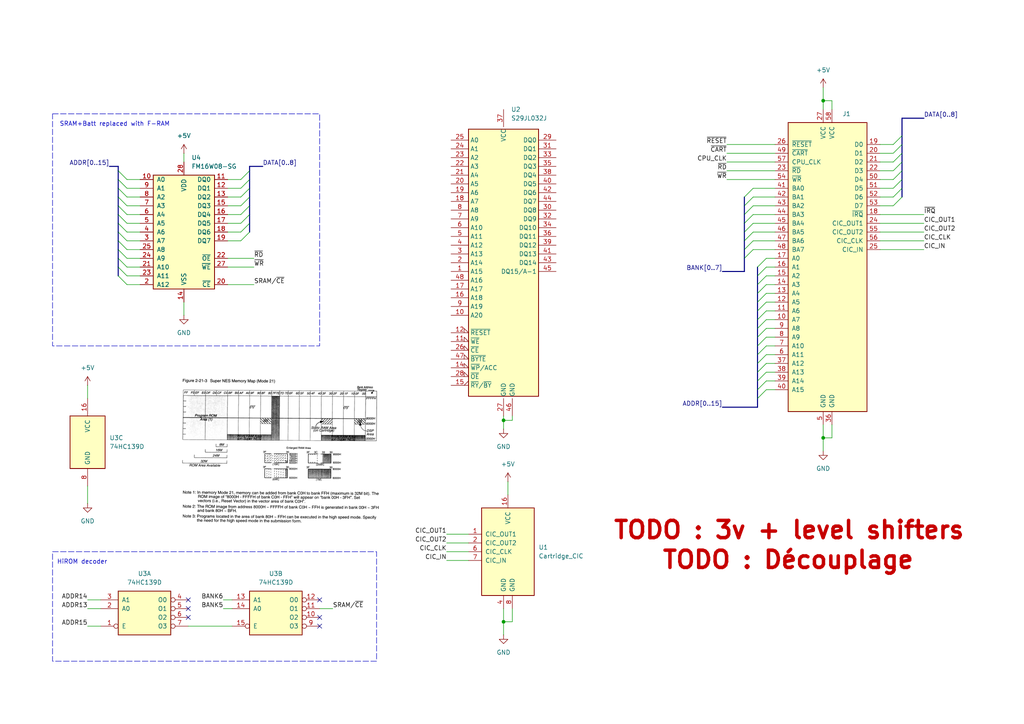
<source format=kicad_sch>
(kicad_sch (version 20231120) (generator "eeschema") (generator_version "8.0")
  (paper "A4")
  (title_block (title "HiROM 4MB SRAM 8KB Batt") (date "2024-08-09") (rev "1.0") (company "Cool Inc."))
  (lib_symbols
    (symbol "000_ROM:S29JL032J"
      (property "Reference" "U" (at 2.54 33.02 0))
      (property "Value" "S29JL032J" (at 10.16 -46.228 0))
      (symbol "S29JL032J_0_1"
        (rectangle (start -10.16 33.655) (end 10.16 -43.815) (stroke (width 0.254)) (fill (type background)))
      )
      (symbol "S29JL032J_1_0"
        (pin power_in line (at 0 -49.53 90) (length 5.08) (name "GND") (number "27"))
        (pin power_in line (at 0 39.37 270) (length 5.08) (name "VCC") (number "37"))
        (pin power_in line (at 2.54 -49.53 90) (length 5.08) (name "GND") (number "46"))
      )
      (symbol "S29JL032J_1_1"
        (pin input line (at -15.24 -7.62 0) (length 5.08) (name "A15") (number "1"))
        (pin input line (at -15.24 -20.32 0) (length 5.08) (name "A20") (number "10"))
        (pin input input_low (at -15.24 -27.94 0) (length 5.08) (name "~{WE}") (number "11"))
        (pin input input_low (at -15.24 -25.4 0) (length 5.08) (name "~{RESET}") (number "12"))
        (pin no_connect line (at 15.24 -15.24 180) (length 5.08) hide (name "NC") (number "13"))
        (pin input input_low (at -15.24 -35.56 0) (length 5.08) (name "~{WP}/ACC") (number "14"))
        (pin input output_low (at -15.24 -40.64 0) (length 5.08) (name "~{RY}/~{BY}") (number "15"))
        (pin input line (at -15.24 -15.24 0) (length 5.08) (name "A18") (number "16"))
        (pin input line (at -15.24 -12.7 0) (length 5.08) (name "A17") (number "17"))
        (pin input line (at -15.24 12.7 0) (length 5.08) (name "A7") (number "18"))
        (pin input line (at -15.24 15.24 0) (length 5.08) (name "A6") (number "19"))
        (pin input line (at -15.24 -5.08 0) (length 5.08) (name "A14") (number "2"))
        (pin input line (at -15.24 17.78 0) (length 5.08) (name "A5") (number "20"))
        (pin input line (at -15.24 20.32 0) (length 5.08) (name "A4") (number "21"))
        (pin input line (at -15.24 22.86 0) (length 5.08) (name "A3") (number "22"))
        (pin input line (at -15.24 25.4 0) (length 5.08) (name "A2") (number "23"))
        (pin input line (at -15.24 27.94 0) (length 5.08) (name "A1") (number "24"))
        (pin input line (at -15.24 30.48 0) (length 5.08) (name "A0") (number "25"))
        (pin input input_low (at -15.24 -30.48 0) (length 5.08) (name "~{CE}") (number "26"))
        (pin input input_low (at -15.24 -38.1 0) (length 5.08) (name "~{OE}") (number "28"))
        (pin tri_state line (at 15.24 30.48 180) (length 5.08) (name "DQ0") (number "29"))
        (pin input line (at -15.24 -2.54 0) (length 5.08) (name "A13") (number "3"))
        (pin tri_state line (at 15.24 10.16 180) (length 5.08) (name "DQ8") (number "30"))
        (pin tri_state line (at 15.24 27.94 180) (length 5.08) (name "DQ1") (number "31"))
        (pin tri_state line (at 15.24 7.62 180) (length 5.08) (name "DQ9") (number "32"))
        (pin tri_state line (at 15.24 25.4 180) (length 5.08) (name "DQ2") (number "33"))
        (pin tri_state line (at 15.24 5.08 180) (length 5.08) (name "DQ10") (number "34"))
        (pin tri_state line (at 15.24 22.86 180) (length 5.08) (name "DQ3") (number "35"))
        (pin tri_state line (at 15.24 2.54 180) (length 5.08) (name "DQ11") (number "36"))
        (pin tri_state line (at 15.24 20.32 180) (length 5.08) (name "DQ4") (number "38"))
        (pin tri_state line (at 15.24 0 180) (length 5.08) (name "DQ12") (number "39"))
        (pin input line (at -15.24 0 0) (length 5.08) (name "A12") (number "4"))
        (pin tri_state line (at 15.24 17.78 180) (length 5.08) (name "DQ5") (number "40"))
        (pin tri_state line (at 15.24 -2.54 180) (length 5.08) (name "DQ13") (number "41"))
        (pin tri_state line (at 15.24 15.24 180) (length 5.08) (name "DQ6") (number "42"))
        (pin tri_state line (at 15.24 -5.08 180) (length 5.08) (name "DQ14") (number "43"))
        (pin tri_state line (at 15.24 12.7 180) (length 5.08) (name "DQ7") (number "44"))
        (pin tri_state line (at 15.24 -7.62 180) (length 5.08) (name "DQ15/A-1") (number "45"))
        (pin input input_low (at -15.24 -33.02 0) (length 5.08) (name "~{BYTE}") (number "47"))
        (pin input line (at -15.24 -10.16 0) (length 5.08) (name "A16") (number "48"))
        (pin input line (at -15.24 2.54 0) (length 5.08) (name "A11") (number "5"))
        (pin input line (at -15.24 5.08 0) (length 5.08) (name "A10") (number "6"))
        (pin input line (at -15.24 7.62 0) (length 5.08) (name "A9") (number "7"))
        (pin input line (at -15.24 10.16 0) (length 5.08) (name "A8") (number "8"))
        (pin input line (at -15.24 -17.78 0) (length 5.08) (name "A19") (number "9"))
      )
    )
    (symbol "000_SNES:Cartridge_46pins" (pin_names (offset 1.016))
      (property "Reference" "J" (at 9.144 44.45 0))
      (property "Value" "Cartridge_46pins" (at -0.254 -56.896 0))
      (symbol "Cartridge_46pins_1_1"
        (rectangle (start -11.43 41.91) (end 11.43 -41.91) (stroke (width 0.254)) (fill (type background)))
        (pin no_connect line (at 15.24 -35.56 180) (length 3.81) hide (name "CLK_21_477MHz") (number "1"))
        (pin passive line (at -15.24 -15.24 0) (length 3.81) (name "A7") (number "10"))
        (pin passive line (at -15.24 -12.7 0) (length 3.81) (name "A6") (number "11"))
        (pin passive line (at -15.24 -10.16 0) (length 3.81) (name "A5") (number "12"))
        (pin passive line (at -15.24 -7.62 0) (length 3.81) (name "A4") (number "13"))
        (pin passive line (at -15.24 -5.08 0) (length 3.81) (name "A3") (number "14"))
        (pin passive line (at -15.24 -2.54 0) (length 3.81) (name "A2") (number "15"))
        (pin passive line (at -15.24 0 0) (length 3.81) (name "A1") (number "16"))
        (pin passive line (at -15.24 2.54 0) (length 3.81) (name "A0") (number "17"))
        (pin passive line (at 15.24 15.24 180) (length 3.81) (name "~{IRQ}") (number "18"))
        (pin passive line (at 15.24 35.56 180) (length 3.81) (name "D0") (number "19"))
        (pin no_connect line (at 15.24 0 180) (length 3.81) hide (name "EXPAND") (number "2"))
        (pin passive line (at 15.24 33.02 180) (length 3.81) (name "D1") (number "20"))
        (pin passive line (at 15.24 30.48 180) (length 3.81) (name "D2") (number "21"))
        (pin passive line (at 15.24 27.94 180) (length 3.81) (name "D3") (number "22"))
        (pin passive line (at -15.24 27.94 0) (length 3.81) (name "~{RD}") (number "23"))
        (pin passive line (at 15.24 12.7 180) (length 3.81) (name "CIC_OUT1") (number "24"))
        (pin passive line (at 15.24 5.08 180) (length 3.81) (name "CIC_IN") (number "25"))
        (pin passive line (at -15.24 35.56 0) (length 3.81) (name "~{RESET}") (number "26"))
        (pin power_in line (at -1.27 45.72 270) (length 3.81) (name "VCC") (number "27"))
        (pin no_connect line (at 15.24 -10.16 180) (length 3.81) hide (name "PA0") (number "28"))
        (pin no_connect line (at 15.24 -15.24 180) (length 3.81) hide (name "PA2") (number "29"))
        (pin no_connect line (at 15.24 -25.4 180) (length 3.81) hide (name "PA6") (number "3"))
        (pin no_connect line (at 15.24 -20.32 180) (length 3.81) hide (name "PA4") (number "30"))
        (pin no_connect line (at 15.24 -30.48 180) (length 3.81) hide (name "AUDIO_IN_L") (number "31"))
        (pin no_connect line (at 15.24 -2.54 180) (length 3.81) hide (name "~{WRAM}") (number "32"))
        (pin no_connect line (at 15.24 2.54 180) (length 3.81) hide (name "REFRESH") (number "33"))
        (pin no_connect line (at 15.24 -27.94 180) (length 3.81) hide (name "PA7") (number "34"))
        (pin no_connect line (at 15.24 -7.62 180) (length 3.81) hide (name "~{PAWR}") (number "35"))
        (pin power_in line (at 1.27 -45.72 90) (length 3.81) (name "GND") (number "36"))
        (pin passive line (at -15.24 -27.94 0) (length 3.81) (name "A12") (number "37"))
        (pin passive line (at -15.24 -30.48 0) (length 3.81) (name "A13") (number "38"))
        (pin passive line (at -15.24 -33.02 0) (length 3.81) (name "A14") (number "39"))
        (pin no_connect line (at 15.24 -5.08 180) (length 3.81) hide (name "~{PARD}") (number "4"))
        (pin passive line (at -15.24 -35.56 0) (length 3.81) (name "A15") (number "40"))
        (pin passive line (at -15.24 22.86 0) (length 3.81) (name "BA0") (number "41"))
        (pin passive line (at -15.24 20.32 0) (length 3.81) (name "BA1") (number "42"))
        (pin passive line (at -15.24 17.78 0) (length 3.81) (name "BA2") (number "43"))
        (pin passive line (at -15.24 15.24 0) (length 3.81) (name "BA3") (number "44"))
        (pin passive line (at -15.24 12.7 0) (length 3.81) (name "BA4") (number "45"))
        (pin passive line (at -15.24 10.16 0) (length 3.81) (name "BA5") (number "46"))
        (pin passive line (at -15.24 7.62 0) (length 3.81) (name "BA6") (number "47"))
        (pin passive line (at -15.24 5.08 0) (length 3.81) (name "BA7") (number "48"))
        (pin passive line (at -15.24 33.02 0) (length 3.81) (name "~{CART}") (number "49"))
        (pin power_in line (at -1.27 -45.72 90) (length 3.81) (name "GND") (number "5"))
        (pin passive line (at 15.24 25.4 180) (length 3.81) (name "D4") (number "50"))
        (pin passive line (at 15.24 22.86 180) (length 3.81) (name "D5") (number "51"))
        (pin passive line (at 15.24 20.32 180) (length 3.81) (name "D6") (number "52"))
        (pin passive line (at 15.24 17.78 180) (length 3.81) (name "D7") (number "53"))
        (pin passive line (at -15.24 25.4 0) (length 3.81) (name "~{WR}") (number "54"))
        (pin passive line (at 15.24 10.16 180) (length 3.81) (name "CIC_OUT2") (number "55"))
        (pin passive line (at 15.24 7.62 180) (length 3.81) (name "CIC_CLK") (number "56"))
        (pin passive line (at -15.24 30.48 0) (length 3.81) (name "CPU_CLK") (number "57"))
        (pin power_in line (at 1.27 45.72 270) (length 3.81) (name "VCC") (number "58"))
        (pin no_connect line (at 15.24 -12.7 180) (length 3.81) hide (name "PA1") (number "59"))
        (pin passive line (at -15.24 -25.4 0) (length 3.81) (name "A11") (number "6"))
        (pin no_connect line (at 15.24 -17.78 180) (length 3.81) hide (name "PA3") (number "60"))
        (pin no_connect line (at 15.24 -22.86 180) (length 3.81) hide (name "PA5") (number "61"))
        (pin no_connect line (at 15.24 -33.02 180) (length 3.81) hide (name "AUDIO_IN_R") (number "62"))
        (pin passive line (at -15.24 -22.86 0) (length 3.81) (name "A10") (number "7"))
        (pin passive line (at -15.24 -20.32 0) (length 3.81) (name "A9") (number "8"))
        (pin passive line (at -15.24 -17.78 0) (length 3.81) (name "A8") (number "9"))
      )
    )
    (symbol "000_SNES:Cartridge_CIC" (pin_names (offset 1.016))
      (property "Reference" "U" (at -7.62 16.51 0))
      (property "Value" "Cartridge_CIC" (at -10.668 -12.446 0))
      (symbol "Cartridge_CIC_1_0"
        (pin passive line (at -11.43 7.62 0) (length 3.81) (name "CIC_OUT1") (number "1"))
        (pin no_connect line (at 11.43 5.08 180) (length 3.81) hide (name "NC") (number "10"))
        (pin no_connect line (at 11.43 2.54 180) (length 3.81) hide (name "NC") (number "11"))
        (pin no_connect line (at 11.43 0 180) (length 3.81) hide (name "NC") (number "12"))
        (pin no_connect line (at 11.43 -2.54 180) (length 3.81) hide (name "NC") (number "13"))
        (pin no_connect line (at 11.43 -5.08 180) (length 3.81) hide (name "NC") (number "14"))
        (pin no_connect line (at 11.43 -7.62 180) (length 3.81) hide (name "NC") (number "15"))
        (pin power_in line (at 0 19.05 270) (length 3.81) (name "VCC") (number "16"))
        (pin passive line (at -11.43 5.08 0) (length 3.81) (name "CIC_OUT2") (number "2"))
        (pin no_connect line (at 11.43 12.7 180) (length 3.81) hide (name "NC") (number "3"))
        (pin power_in line (at -1.27 -13.97 90) (length 3.81) (name "GND") (number "4"))
        (pin no_connect line (at 11.43 10.16 180) (length 3.81) hide (name "NC") (number "5"))
        (pin passive line (at -11.43 2.54 0) (length 3.81) (name "CIC_CLK") (number "6"))
        (pin passive line (at -11.43 0 0) (length 3.81) (name "CIC_IN") (number "7"))
        (pin power_in line (at 1.27 -13.97 90) (length 3.81) (name "GND") (number "8"))
        (pin no_connect line (at 11.43 7.62 180) (length 3.81) hide (name "NC") (number "9"))
      )
      (symbol "Cartridge_CIC_1_1"
        (rectangle (start -7.62 15.24) (end 7.62 -10.16) (stroke (width 0.254)) (fill (type background)))
      )
    )
    (symbol "74xx:74LS139" (pin_names (offset 1.016))
      (property "Reference" "U" (at -7.62 8.89 0))
      (property "Value" "74LS139" (at -7.62 -8.89 0))
      (symbol "74LS139_1_0"
        (pin input inverted (at -12.7 -5.08 0) (length 5.08) (name "E") (number "1"))
        (pin input line (at -12.7 0 0) (length 5.08) (name "A0") (number "2"))
        (pin input line (at -12.7 2.54 0) (length 5.08) (name "A1") (number "3"))
        (pin output inverted (at 12.7 2.54 180) (length 5.08) (name "O0") (number "4"))
        (pin output inverted (at 12.7 0 180) (length 5.08) (name "O1") (number "5"))
        (pin output inverted (at 12.7 -2.54 180) (length 5.08) (name "O2") (number "6"))
        (pin output inverted (at 12.7 -5.08 180) (length 5.08) (name "O3") (number "7"))
      )
      (symbol "74LS139_1_1"
        (rectangle (start -7.62 5.08) (end 7.62 -7.62) (stroke (width 0.254)) (fill (type background)))
      )
      (symbol "74LS139_2_0"
        (pin output inverted (at 12.7 -2.54 180) (length 5.08) (name "O2") (number "10"))
        (pin output inverted (at 12.7 0 180) (length 5.08) (name "O1") (number "11"))
        (pin output inverted (at 12.7 2.54 180) (length 5.08) (name "O0") (number "12"))
        (pin input line (at -12.7 2.54 0) (length 5.08) (name "A1") (number "13"))
        (pin input line (at -12.7 0 0) (length 5.08) (name "A0") (number "14"))
        (pin input inverted (at -12.7 -5.08 0) (length 5.08) (name "E") (number "15"))
        (pin output inverted (at 12.7 -5.08 180) (length 5.08) (name "O3") (number "9"))
      )
      (symbol "74LS139_2_1"
        (rectangle (start -7.62 5.08) (end 7.62 -7.62) (stroke (width 0.254)) (fill (type background)))
      )
      (symbol "74LS139_3_0"
        (pin power_in line (at 0 12.7 270) (length 5.08) (name "VCC") (number "16"))
        (pin power_in line (at 0 -12.7 90) (length 5.08) (name "GND") (number "8"))
      )
      (symbol "74LS139_3_1"
        (rectangle (start -5.08 7.62) (end 5.08 -7.62) (stroke (width 0.254)) (fill (type background)))
      )
    )
    (symbol "Memory_NVRAM:FM16W08-SG" (pin_names (offset 1.016))
      (property "Reference" "U" (at -7.62 17.78 0))
      (property "Value" "FM16W08-SG" (at 1.27 17.78 0))
      (symbol "FM16W08-SG_0_1"
        (rectangle (start -8.89 16.51) (end 8.89 -16.51) (stroke (width 0.254)) (fill (type background)))
      )
      (symbol "FM16W08-SG_1_1"
        (pin input line (at -12.7 15.24 0) (length 3.81) (name "A0") (number "10"))
        (pin bidirectional line (at 12.7 15.24 180) (length 3.81) (name "DQ0") (number "11"))
        (pin bidirectional line (at 12.7 12.7 180) (length 3.81) (name "DQ1") (number "12"))
        (pin bidirectional line (at 12.7 10.16 180) (length 3.81) (name "DQ2") (number "13"))
        (pin power_in line (at 0 -20.32 90) (length 3.81) (name "VSS") (number "14"))
        (pin bidirectional line (at 12.7 7.62 180) (length 3.81) (name "DQ3") (number "15"))
        (pin bidirectional line (at 12.7 5.08 180) (length 3.81) (name "DQ4") (number "16"))
        (pin bidirectional line (at 12.7 2.54 180) (length 3.81) (name "DQ5") (number "17"))
        (pin bidirectional line (at 12.7 0 180) (length 3.81) (name "DQ6") (number "18"))
        (pin bidirectional line (at 12.7 -2.54 180) (length 3.81) (name "DQ7") (number "19"))
        (pin input line (at -12.7 -15.24 0) (length 3.81) (name "A12") (number "2"))
        (pin input line (at 12.7 -15.24 180) (length 3.81) (name "~{CE}") (number "20"))
        (pin input line (at -12.7 -10.16 0) (length 3.81) (name "A10") (number "21"))
        (pin input line (at 12.7 -7.62 180) (length 3.81) (name "~{OE}") (number "22"))
        (pin input line (at -12.7 -12.7 0) (length 3.81) (name "A11") (number "23"))
        (pin input line (at -12.7 -7.62 0) (length 3.81) (name "A9") (number "24"))
        (pin input line (at -12.7 -5.08 0) (length 3.81) (name "A8") (number "25"))
        (pin input line (at 12.7 -10.16 180) (length 3.81) (name "~{WE}") (number "27"))
        (pin power_in line (at 0 20.32 270) (length 3.81) (name "VDD") (number "28"))
        (pin input line (at -12.7 -2.54 0) (length 3.81) (name "A7") (number "3"))
        (pin input line (at -12.7 0 0) (length 3.81) (name "A6") (number "4"))
        (pin input line (at -12.7 2.54 0) (length 3.81) (name "A5") (number "5"))
        (pin input line (at -12.7 5.08 0) (length 3.81) (name "A4") (number "6"))
        (pin input line (at -12.7 7.62 0) (length 3.81) (name "A3") (number "7"))
        (pin input line (at -12.7 10.16 0) (length 3.81) (name "A2") (number "8"))
        (pin input line (at -12.7 12.7 0) (length 3.81) (name "A1") (number "9"))
      )
    )
    (symbol "power:+5V" (power) (pin_numbers hide) (pin_names (offset 0) hide)
      (property "Value" "+5V" (at 0 3.556 0))
      (symbol "+5V_0_1"
        (polyline (pts (xy -0.762 1.27) (xy 0 2.54)))
        (polyline (pts (xy 0 0) (xy 0 2.54)))
        (polyline (pts (xy 0 2.54) (xy 0.762 1.27)))
      )
      (symbol "+5V_1_1"
        (pin power_in line (at 0 0 90) (length 0) (name "~") (number "1"))
      )
    )
    (symbol "power:GND" (power) (pin_numbers hide) (pin_names (offset 0) hide)
      (property "Value" "GND" (at 0 -3.81 0))
      (symbol "GND_0_1"
        (polyline (pts (xy 0 0) (xy 0 -1.27) (xy 1.27 -1.27) (xy 0 -2.54) (xy -1.27 -1.27) (xy 0 -1.27)))
      )
      (symbol "GND_1_1"
        (pin power_in line (at 0 0 270) (length 0) (name "~") (number "1"))
      )
    )
  )
  (junction (at 238.76 29.21))
  (junction (at 238.76 127))
  (junction (at 146.05 121.92))
  (junction (at 146.05 180.34))
  (no_connect (at 92.71 181.61))
  (no_connect (at 54.61 173.99))
  (no_connect (at 92.71 179.07))
  (no_connect (at 92.71 173.99))
  (no_connect (at 54.61 176.53))
  (no_connect (at 54.61 179.07))
  (bus_entry (at 34.29 72.39) (size 2.54 2.54))
  (bus_entry (at 69.85 59.69) (size 2.54 -2.54))
  (bus_entry (at 34.29 57.15) (size 2.54 2.54))
  (bus_entry (at 222.25 77.47) (size -2.54 2.54))
  (bus_entry (at 259.08 49.53) (size 2.54 -2.54))
  (bus_entry (at 34.29 52.07) (size 2.54 2.54))
  (bus_entry (at 218.44 69.85) (size -2.54 2.54))
  (bus_entry (at 34.29 77.47) (size 2.54 2.54))
  (bus_entry (at 218.44 72.39) (size -2.54 2.54))
  (bus_entry (at 222.25 82.55) (size -2.54 2.54))
  (bus_entry (at 218.44 67.31) (size -2.54 2.54))
  (bus_entry (at 259.08 52.07) (size 2.54 -2.54))
  (bus_entry (at 259.08 44.45) (size 2.54 -2.54))
  (bus_entry (at 34.29 49.53) (size 2.54 2.54))
  (bus_entry (at 259.08 46.99) (size 2.54 -2.54))
  (bus_entry (at 222.25 107.95) (size -2.54 2.54))
  (bus_entry (at 259.08 59.69) (size 2.54 -2.54))
  (bus_entry (at 222.25 80.01) (size -2.54 2.54))
  (bus_entry (at 222.25 113.03) (size -2.54 2.54))
  (bus_entry (at 222.25 95.25) (size -2.54 2.54))
  (bus_entry (at 218.44 57.15) (size -2.54 2.54))
  (bus_entry (at 34.29 74.93) (size 2.54 2.54))
  (bus_entry (at 222.25 92.71) (size -2.54 2.54))
  (bus_entry (at 69.85 62.23) (size 2.54 -2.54))
  (bus_entry (at 218.44 62.23) (size -2.54 2.54))
  (bus_entry (at 218.44 64.77) (size -2.54 2.54))
  (bus_entry (at 259.08 41.91) (size 2.54 -2.54))
  (bus_entry (at 69.85 69.85) (size 2.54 -2.54))
  (bus_entry (at 222.25 87.63) (size -2.54 2.54))
  (bus_entry (at 34.29 59.69) (size 2.54 2.54))
  (bus_entry (at 34.29 80.01) (size 2.54 2.54))
  (bus_entry (at 222.25 74.93) (size -2.54 2.54))
  (bus_entry (at 34.29 69.85) (size 2.54 2.54))
  (bus_entry (at 69.85 54.61) (size 2.54 -2.54))
  (bus_entry (at 222.25 85.09) (size -2.54 2.54))
  (bus_entry (at 222.25 100.33) (size -2.54 2.54))
  (bus_entry (at 222.25 97.79) (size -2.54 2.54))
  (bus_entry (at 222.25 102.87) (size -2.54 2.54))
  (bus_entry (at 34.29 54.61) (size 2.54 2.54))
  (bus_entry (at 218.44 54.61) (size -2.54 2.54))
  (bus_entry (at 69.85 52.07) (size 2.54 -2.54))
  (bus_entry (at 218.44 59.69) (size -2.54 2.54))
  (bus_entry (at 34.29 67.31) (size 2.54 2.54))
  (bus_entry (at 222.25 105.41) (size -2.54 2.54))
  (bus_entry (at 259.08 57.15) (size 2.54 -2.54))
  (bus_entry (at 222.25 110.49) (size -2.54 2.54))
  (bus_entry (at 259.08 54.61) (size 2.54 -2.54))
  (bus_entry (at 69.85 64.77) (size 2.54 -2.54))
  (bus_entry (at 34.29 62.23) (size 2.54 2.54))
  (bus_entry (at 69.85 67.31) (size 2.54 -2.54))
  (bus_entry (at 34.29 64.77) (size 2.54 2.54))
  (bus_entry (at 222.25 90.17) (size -2.54 2.54))
  (bus_entry (at 69.85 57.15) (size 2.54 -2.54))
  (wire (pts (xy 255.27 57.15) (xy 259.08 57.15)))
  (bus (pts (xy 219.71 118.11) (xy 209.55 118.11)))
  (wire (pts (xy 222.25 90.17) (xy 224.79 90.17)))
  (bus (pts (xy 72.39 54.61) (xy 72.39 52.07)))
  (wire (pts (xy 222.25 74.93) (xy 224.79 74.93)))
  (wire (pts (xy 66.04 64.77) (xy 69.85 64.77)))
  (bus (pts (xy 261.62 49.53) (xy 261.62 46.99)))
  (bus (pts (xy 215.9 72.39) (xy 215.9 74.93)))
  (wire (pts (xy 36.83 64.77) (xy 40.64 64.77)))
  (bus (pts (xy 215.9 74.93) (xy 215.9 78.74)))
  (wire (pts (xy 238.76 29.21) (xy 238.76 31.75)))
  (wire (pts (xy 36.83 69.85) (xy 40.64 69.85)))
  (wire (pts (xy 210.82 49.53) (xy 224.79 49.53)))
  (bus (pts (xy 34.29 69.85) (xy 34.29 67.31)))
  (wire (pts (xy 241.3 31.75) (xy 241.3 29.21)))
  (wire (pts (xy 66.04 54.61) (xy 69.85 54.61)))
  (wire (pts (xy 238.76 127) (xy 238.76 130.81)))
  (wire (pts (xy 25.4 173.99) (xy 29.21 173.99)))
  (bus (pts (xy 215.9 67.31) (xy 215.9 69.85)))
  (wire (pts (xy 222.25 82.55) (xy 224.79 82.55)))
  (wire (pts (xy 36.83 59.69) (xy 40.64 59.69)))
  (wire (pts (xy 36.83 80.01) (xy 40.64 80.01)))
  (wire (pts (xy 255.27 41.91) (xy 259.08 41.91)))
  (wire (pts (xy 146.05 121.92) (xy 146.05 124.46)))
  (bus (pts (xy 219.71 82.55) (xy 219.71 85.09)))
  (bus (pts (xy 215.9 62.23) (xy 215.9 64.77)))
  (wire (pts (xy 147.32 139.7) (xy 147.32 143.51)))
  (bus (pts (xy 219.71 97.79) (xy 219.71 100.33)))
  (wire (pts (xy 25.4 181.61) (xy 29.21 181.61)))
  (wire (pts (xy 36.83 74.93) (xy 40.64 74.93)))
  (bus (pts (xy 219.71 87.63) (xy 219.71 90.17)))
  (wire (pts (xy 255.27 67.31) (xy 267.97 67.31)))
  (wire (pts (xy 218.44 57.15) (xy 224.79 57.15)))
  (bus (pts (xy 219.71 100.33) (xy 219.71 102.87)))
  (wire (pts (xy 218.44 54.61) (xy 224.79 54.61)))
  (wire (pts (xy 222.25 92.71) (xy 224.79 92.71)))
  (wire (pts (xy 53.34 87.63) (xy 53.34 91.44)))
  (wire (pts (xy 255.27 46.99) (xy 259.08 46.99)))
  (wire (pts (xy 36.83 77.47) (xy 40.64 77.47)))
  (wire (pts (xy 255.27 59.69) (xy 259.08 59.69)))
  (wire (pts (xy 255.27 44.45) (xy 259.08 44.45)))
  (wire (pts (xy 241.3 123.19) (xy 241.3 127)))
  (wire (pts (xy 66.04 52.07) (xy 69.85 52.07)))
  (wire (pts (xy 36.83 67.31) (xy 40.64 67.31)))
  (wire (pts (xy 222.25 100.33) (xy 224.79 100.33)))
  (bus (pts (xy 261.62 39.37) (xy 261.62 41.91)))
  (bus (pts (xy 72.39 62.23) (xy 72.39 59.69)))
  (wire (pts (xy 25.4 140.97) (xy 25.4 146.05)))
  (bus (pts (xy 261.62 54.61) (xy 261.62 52.07)))
  (wire (pts (xy 36.83 57.15) (xy 40.64 57.15)))
  (wire (pts (xy 129.54 157.48) (xy 135.89 157.48)))
  (bus (pts (xy 261.62 44.45) (xy 261.62 41.91)))
  (wire (pts (xy 66.04 57.15) (xy 69.85 57.15)))
  (wire (pts (xy 255.27 54.61) (xy 259.08 54.61)))
  (wire (pts (xy 222.25 102.87) (xy 224.79 102.87)))
  (bus (pts (xy 34.29 72.39) (xy 34.29 69.85)))
  (wire (pts (xy 255.27 64.77) (xy 267.97 64.77)))
  (bus (pts (xy 219.71 77.47) (xy 219.71 80.01)))
  (wire (pts (xy 222.25 80.01) (xy 224.79 80.01)))
  (bus (pts (xy 34.29 80.01) (xy 34.29 77.47)))
  (bus (pts (xy 34.29 48.26) (xy 31.75 48.26)))
  (bus (pts (xy 34.29 52.07) (xy 34.29 49.53)))
  (bus (pts (xy 215.9 78.74) (xy 209.55 78.74)))
  (bus (pts (xy 34.29 62.23) (xy 34.29 59.69)))
  (wire (pts (xy 255.27 72.39) (xy 267.97 72.39)))
  (bus (pts (xy 72.39 57.15) (xy 72.39 54.61)))
  (wire (pts (xy 129.54 162.56) (xy 135.89 162.56)))
  (bus (pts (xy 72.39 48.26) (xy 76.2 48.26)))
  (wire (pts (xy 36.83 52.07) (xy 40.64 52.07)))
  (bus (pts (xy 219.71 102.87) (xy 219.71 105.41)))
  (wire (pts (xy 218.44 64.77) (xy 224.79 64.77)))
  (bus (pts (xy 34.29 64.77) (xy 34.29 62.23)))
  (bus (pts (xy 72.39 67.31) (xy 72.39 64.77)))
  (wire (pts (xy 36.83 62.23) (xy 40.64 62.23)))
  (wire (pts (xy 66.04 59.69) (xy 69.85 59.69)))
  (wire (pts (xy 218.44 59.69) (xy 224.79 59.69)))
  (wire (pts (xy 222.25 105.41) (xy 224.79 105.41)))
  (bus (pts (xy 219.71 107.95) (xy 219.71 110.49)))
  (wire (pts (xy 222.25 97.79) (xy 224.79 97.79)))
  (wire (pts (xy 146.05 120.65) (xy 146.05 121.92)))
  (bus (pts (xy 261.62 52.07) (xy 261.62 49.53)))
  (bus (pts (xy 219.71 113.03) (xy 219.71 115.57)))
  (bus (pts (xy 34.29 77.47) (xy 34.29 74.93)))
  (wire (pts (xy 66.04 62.23) (xy 69.85 62.23)))
  (bus (pts (xy 219.71 90.17) (xy 219.71 92.71)))
  (wire (pts (xy 148.59 120.65) (xy 148.59 121.92)))
  (bus (pts (xy 219.71 115.57) (xy 219.71 118.11)))
  (bus (pts (xy 215.9 57.15) (xy 215.9 59.69)))
  (wire (pts (xy 148.59 180.34) (xy 146.05 180.34)))
  (wire (pts (xy 64.77 176.53) (xy 67.31 176.53)))
  (wire (pts (xy 255.27 49.53) (xy 259.08 49.53)))
  (wire (pts (xy 36.83 54.61) (xy 40.64 54.61)))
  (bus (pts (xy 34.29 74.93) (xy 34.29 72.39)))
  (wire (pts (xy 53.34 44.45) (xy 53.34 46.99)))
  (wire (pts (xy 64.77 173.99) (xy 67.31 173.99)))
  (wire (pts (xy 148.59 176.53) (xy 148.59 180.34)))
  (wire (pts (xy 222.25 87.63) (xy 224.79 87.63)))
  (bus (pts (xy 219.71 95.25) (xy 219.71 97.79)))
  (wire (pts (xy 255.27 62.23) (xy 267.97 62.23)))
  (bus (pts (xy 34.29 49.53) (xy 34.29 48.26)))
  (wire (pts (xy 54.61 181.61) (xy 67.31 181.61)))
  (wire (pts (xy 222.25 77.47) (xy 224.79 77.47)))
  (bus (pts (xy 261.62 34.29) (xy 267.97 34.29)))
  (wire (pts (xy 66.04 82.55) (xy 73.66 82.55)))
  (wire (pts (xy 218.44 72.39) (xy 224.79 72.39)))
  (bus (pts (xy 34.29 67.31) (xy 34.29 64.77)))
  (wire (pts (xy 241.3 127) (xy 238.76 127)))
  (wire (pts (xy 66.04 77.47) (xy 73.66 77.47)))
  (bus (pts (xy 219.71 105.41) (xy 219.71 107.95)))
  (wire (pts (xy 210.82 41.91) (xy 224.79 41.91)))
  (wire (pts (xy 222.25 110.49) (xy 224.79 110.49)))
  (bus (pts (xy 215.9 64.77) (xy 215.9 67.31)))
  (bus (pts (xy 72.39 49.53) (xy 72.39 48.26)))
  (wire (pts (xy 222.25 113.03) (xy 224.79 113.03)))
  (wire (pts (xy 25.4 111.76) (xy 25.4 115.57)))
  (wire (pts (xy 36.83 82.55) (xy 40.64 82.55)))
  (wire (pts (xy 255.27 69.85) (xy 267.97 69.85)))
  (wire (pts (xy 218.44 67.31) (xy 224.79 67.31)))
  (bus (pts (xy 215.9 69.85) (xy 215.9 72.39)))
  (bus (pts (xy 34.29 54.61) (xy 34.29 52.07)))
  (bus (pts (xy 34.29 59.69) (xy 34.29 57.15)))
  (wire (pts (xy 146.05 180.34) (xy 146.05 184.15)))
  (bus (pts (xy 72.39 59.69) (xy 72.39 57.15)))
  (wire (pts (xy 92.71 176.53) (xy 96.52 176.53)))
  (wire (pts (xy 129.54 160.02) (xy 135.89 160.02)))
  (wire (pts (xy 238.76 123.19) (xy 238.76 127)))
  (bus (pts (xy 261.62 57.15) (xy 261.62 54.61)))
  (wire (pts (xy 222.25 85.09) (xy 224.79 85.09)))
  (wire (pts (xy 25.4 176.53) (xy 29.21 176.53)))
  (wire (pts (xy 222.25 107.95) (xy 224.79 107.95)))
  (bus (pts (xy 215.9 59.69) (xy 215.9 62.23)))
  (bus (pts (xy 72.39 52.07) (xy 72.39 49.53)))
  (wire (pts (xy 210.82 44.45) (xy 224.79 44.45)))
  (bus (pts (xy 219.71 92.71) (xy 219.71 95.25)))
  (wire (pts (xy 66.04 74.93) (xy 73.66 74.93)))
  (wire (pts (xy 129.54 154.94) (xy 135.89 154.94)))
  (wire (pts (xy 222.25 95.25) (xy 224.79 95.25)))
  (bus (pts (xy 34.29 57.15) (xy 34.29 54.61)))
  (wire (pts (xy 66.04 67.31) (xy 69.85 67.31)))
  (wire (pts (xy 255.27 52.07) (xy 259.08 52.07)))
  (wire (pts (xy 218.44 62.23) (xy 224.79 62.23)))
  (wire (pts (xy 218.44 69.85) (xy 224.79 69.85)))
  (bus (pts (xy 261.62 46.99) (xy 261.62 44.45)))
  (bus (pts (xy 72.39 64.77) (xy 72.39 62.23)))
  (wire (pts (xy 146.05 176.53) (xy 146.05 180.34)))
  (wire (pts (xy 146.05 121.92) (xy 148.59 121.92)))
  (wire (pts (xy 66.04 69.85) (xy 69.85 69.85)))
  (bus (pts (xy 219.71 85.09) (xy 219.71 87.63)))
  (bus (pts (xy 219.71 80.01) (xy 219.71 82.55)))
  (wire (pts (xy 36.83 72.39) (xy 40.64 72.39)))
  (wire (pts (xy 238.76 25.4) (xy 238.76 29.21)))
  (wire (pts (xy 210.82 52.07) (xy 224.79 52.07)))
  (wire (pts (xy 241.3 29.21) (xy 238.76 29.21)))
  (wire (pts (xy 210.82 46.99) (xy 224.79 46.99)))
  (bus (pts (xy 261.62 34.29) (xy 261.62 39.37)))
  (bus (pts (xy 219.71 110.49) (xy 219.71 113.03)))
  (rectangle (start 15.24 33.02) (end 92.71 100.33) (stroke (width 0) (type dash)))
  (rectangle (start 15.24 160.02) (end 109.22 191.77) (stroke (width 0) (type dash)))
  (image (at 81.28 130.81) (scale 0.200927))
  (text "TODO : Découplage" (at 228.6 162.56 0) (effects (font (size 5 5) (thickness 1) (bold yes))))
  (text "SRAM+Batt replaced with F-RAM" (at 17.272 36.068 0) (effects (font (size 1.27 1.27)) (justify left)))
  (text "HiROM decoder" (at 16.51 163.068 0) (effects (font (size 1.27 1.27)) (justify left)))
  (text "TODO : 3v + level shifters" (at 228.854 153.924 0) (effects (font (size 5 5) (thickness 1) (bold yes))))
  (label "BANK6" (at 64.77 173.99 180))
  (label "~{IRQ}" (at 267.97 62.23 0))
  (label "CPU_CLK" (at 210.82 46.99 180))
  (label "BANK[0..7]" (at 209.55 78.74 180))
  (label "CIC_IN" (at 129.54 162.56 180))
  (label "CIC_OUT1" (at 129.54 154.94 180))
  (label "ADDR[0..15]" (at 209.55 118.11 180))
  (label "~{RESET}" (at 210.82 41.91 180))
  (label "~{CART}" (at 210.82 44.45 180))
  (label "DATA[0..8]" (at 76.2 48.26 0))
  (label "ADDR15" (at 25.4 181.61 180))
  (label "CIC_OUT2" (at 129.54 157.48 180))
  (label "~{RD}" (at 210.82 49.53 180))
  (label "~{RD}" (at 73.66 74.93 0))
  (label "ADDR[0..15]" (at 31.75 48.26 180))
  (label "SRAM{slash}~{CE}" (at 73.66 82.55 0))
  (label "ADDR14" (at 25.4 173.99 180))
  (label "BANK5" (at 64.77 176.53 180))
  (label "ADDR13" (at 25.4 176.53 180))
  (label "CIC_OUT2" (at 267.97 67.31 0))
  (label "~{WR}" (at 73.66 77.47 0))
  (label "CIC_OUT1" (at 267.97 64.77 0))
  (label "CIC_CLK" (at 129.54 160.02 180))
  (label "~{WR}" (at 210.82 52.07 180))
  (label "CIC_CLK" (at 267.97 69.85 0))
  (label "SRAM{slash}~{CE}" (at 96.52 176.53 0))
  (label "CIC_IN" (at 267.97 72.39 0))
  (label "DATA[0..8]" (at 267.97 34.29 0))
  (symbol (lib_id "Memory_NVRAM:FM16W08-SG") (at 53.34 67.31 0) (unit 1)
    (property "Reference" "U4" (at 55.5341 45.72 0) (effects (justify left)))
    (property "Value" "FM16W08-SG" (at 55.5341 48.26 0) (effects (justify left)))
    (property "Footprint" "Package_SO:SOIC-28W_7.5x17.9mm_P1.27mm" (effects (hide yes)))
    (property "Datasheet" "http://www.cypress.com/file/41731/download" (effects (hide yes)))
    (property "Description" "64Kb FRAM nonvolatile memory, SOIC-28" (effects (hide yes)))
  )
  (symbol (lib_id "000_ROM:S29JL032J") (at 146.05 71.12 0) (unit 1)
    (property "Reference" "U2" (at 148.2441 31.75 0) (effects (justify left)))
    (property "Value" "S29JL032J" (at 148.2441 34.29 0) (effects (justify left)))
    (property "Footprint" "Package_SO:TSOP-I-48_18.4x12mm_P0.5mm" (effects (hide yes)))
    (property "Datasheet" "https://www.mouser.fr/datasheet/2/196/CYPR_S_A0006313868_1-3004583.pdf" (effects (hide yes)))
    (property "Description" "Infineon 32Mbits (4M × 8-Bit/2M × 16-Bit) Flash NOR" (effects (hide yes)))
  )
  (symbol (lib_id "power:GND") (at 146.05 124.46 0) (unit 1)
    (property "Reference" "#PWR09" (effects (hide yes)))
    (property "Value" "GND" (at 146.05 129.54 0))
    (property "Description" "Power symbol creates a global label with name \"GND\" , ground" (effects (hide yes)))
  )
  (symbol (lib_id "power:GND") (at 53.34 91.44 0) (unit 1)
    (property "Reference" "#PWR08" (effects (hide yes)))
    (property "Value" "GND" (at 53.34 96.52 0))
    (property "Description" "Power symbol creates a global label with name \"GND\" , ground" (effects (hide yes)))
  )
  (symbol (lib_id "power:GND") (at 25.4 146.05 0) (unit 1)
    (property "Reference" "#PWR06" (effects (hide yes)))
    (property "Value" "GND" (at 25.4 151.13 0))
    (property "Description" "Power symbol creates a global label with name \"GND\" , ground" (effects (hide yes)))
  )
  (symbol (lib_id "power:+5V") (at 238.76 25.4 0) (unit 1)
    (property "Reference" "#PWR02" (effects (hide yes)))
    (property "Value" "+5V" (at 238.76 20.32 0))
    (property "Description" "Power symbol creates a global label with name \"+5V\"" (effects (hide yes)))
  )
  (symbol (lib_id "000_SNES:Cartridge_46pins") (at 240.03 77.47 0) (unit 1)
    (property "Reference" "J1" (at 244.348 33.02 0) (effects (justify left)))
    (property "Value" "Cartridge_46pins" (effects (hide yes)))
    (property "Datasheet" "https://www.caitsith2.com/snes/flashcart/cart-chip-pinouts.html" (effects (hide yes)))
    (property "Description" "Cartridge connector, 46 pins" (effects (hide yes)))
  )
  (symbol (lib_id "power:+5V") (at 53.34 44.45 0) (unit 1)
    (property "Reference" "#PWR07" (effects (hide yes)))
    (property "Value" "+5V" (at 53.34 39.37 0))
    (property "Description" "Power symbol creates a global label with name \"+5V\"" (effects (hide yes)))
  )
  (symbol (lib_id "power:GND") (at 146.05 184.15 0) (unit 1)
    (property "Reference" "#PWR04" (effects (hide yes)))
    (property "Value" "GND" (at 146.05 189.23 0))
    (property "Description" "Power symbol creates a global label with name \"GND\" , ground" (effects (hide yes)))
  )
  (symbol (lib_id "power:GND") (at 238.76 130.81 0) (unit 1)
    (property "Reference" "#PWR01" (effects (hide yes)))
    (property "Value" "GND" (at 238.76 135.89 0))
    (property "Description" "Power symbol creates a global label with name \"GND\" , ground" (effects (hide yes)))
  )
  (symbol (lib_id "74xx:74LS139") (at 80.01 176.53 0) (unit 2)
    (property "Reference" "U3" (at 80.01 166.37 0))
    (property "Value" "74HC139D" (at 80.01 168.91 0))
    (property "Footprint" "Package_SO:SO-16_3.9x9.9mm_P1.27mm" (effects (hide yes)))
    (property "Datasheet" "https://www.mouser.fr/datasheet/2/916/74HC_HCT139-1541761.pdf" (effects (hide yes)))
    (property "Description" "Dual Decoder 1 of 4, Active low outputs" (effects (hide yes)))
  )
  (symbol (lib_id "74xx:74LS139") (at 41.91 176.53 0) (unit 1)
    (property "Reference" "U3" (at 41.91 166.37 0))
    (property "Value" "74HC139D" (at 41.91 168.91 0))
    (property "Footprint" "Package_SO:SO-16_3.9x9.9mm_P1.27mm" (effects (hide yes)))
    (property "Datasheet" "https://www.mouser.fr/datasheet/2/916/74HC_HCT139-1541761.pdf" (effects (hide yes)))
    (property "Description" "Dual Decoder 1 of 4, Active low outputs" (effects (hide yes)))
  )
  (symbol (lib_id "000_SNES:Cartridge_CIC") (at 147.32 162.56 0) (unit 1)
    (property "Reference" "U1" (at 156.21 158.7499 0) (effects (justify left)))
    (property "Value" "Cartridge_CIC" (at 156.21 161.2899 0) (effects (justify left)))
    (property "Footprint" "Package_DIP:DIP-16_W7.62mm" (effects (hide yes)))
    (property "Datasheet" "https://wiki.superfamicom.org/cic" (effects (hide yes)))
    (property "Description" "Cartridge SNES CIC" (effects (hide yes)))
  )
  (symbol (lib_id "74xx:74LS139") (at 25.4 128.27 0) (unit 3)
    (property "Reference" "U3" (at 31.75 126.9999 0) (effects (justify left)))
    (property "Value" "74HC139D" (at 31.75 129.5399 0) (effects (justify left)))
    (property "Footprint" "Package_SO:SO-16_3.9x9.9mm_P1.27mm" (effects (hide yes)))
    (property "Datasheet" "https://www.mouser.fr/datasheet/2/916/74HC_HCT139-1541761.pdf" (effects (hide yes)))
    (property "Description" "Dual Decoder 1 of 4, Active low outputs" (effects (hide yes)))
  )
  (symbol (lib_id "power:+5V") (at 25.4 111.76 0) (unit 1)
    (property "Reference" "#PWR05" (effects (hide yes)))
    (property "Value" "+5V" (at 25.4 106.68 0))
    (property "Description" "Power symbol creates a global label with name \"+5V\"" (effects (hide yes)))
  )
  (symbol (lib_id "power:+5V") (at 147.32 139.7 0) (unit 1)
    (property "Reference" "#PWR03" (effects (hide yes)))
    (property "Value" "+5V" (at 147.32 134.62 0))
    (property "Description" "Power symbol creates a global label with name \"+5V\"" (effects (hide yes)))
  )
)
</source>
